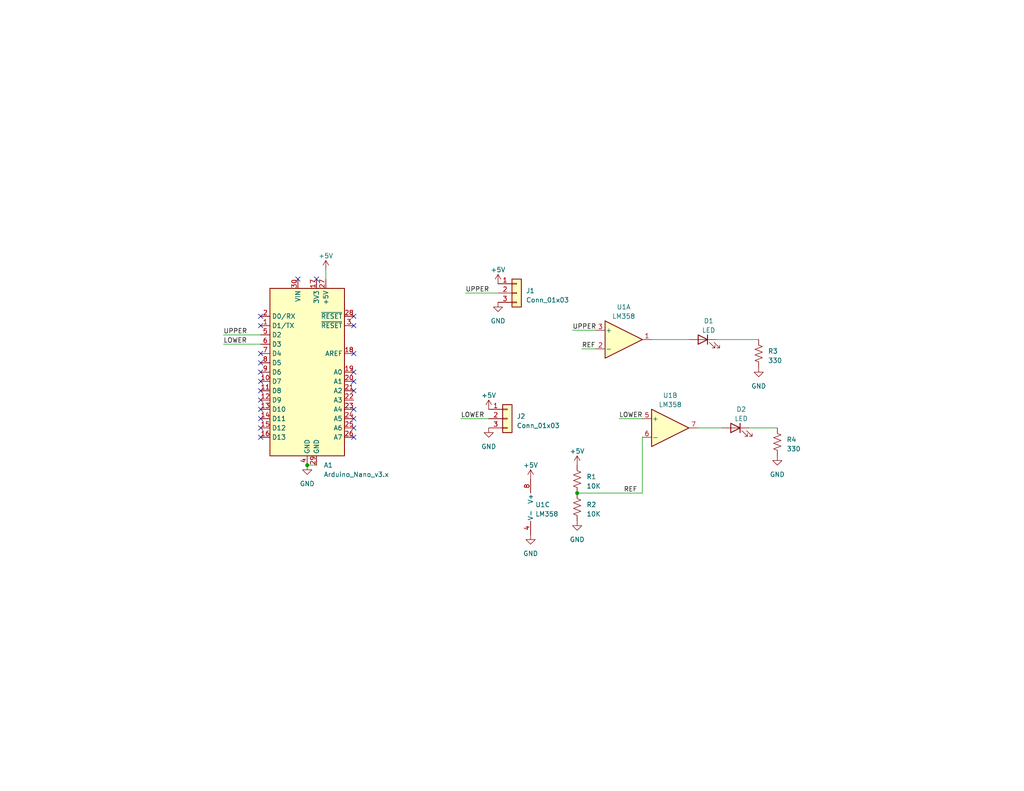
<source format=kicad_sch>
(kicad_sch (version 20230121) (generator eeschema)
  (paper "USLetter")
  (title_block (title "Rolling Resistance Data Collector") (date "2023-06-21") (rev "1") (company "HPVDT"))
  (lib_symbols
    (symbol "Amplifier_Operational:LM358" (pin_names (offset 0.127))
      (property "Reference" "U" (at 0 5.08 0))
      (property "Value" "LM358" (at 0 -5.08 0))
      (symbol "LM358_1_1"
        (polyline (pts (xy -5.08 5.08) (xy 5.08 0) (xy -5.08 -5.08) (xy -5.08 5.08)) (stroke (width 0.254)) (fill (type background)))
        (pin output line (at 7.62 0 180) (length 2.54) (name "~") (number "1"))
        (pin input line (at -7.62 -2.54 0) (length 2.54) (name "-") (number "2"))
        (pin input line (at -7.62 2.54 0) (length 2.54) (name "+") (number "3"))
      )
      (symbol "LM358_2_1"
        (polyline (pts (xy -5.08 5.08) (xy 5.08 0) (xy -5.08 -5.08) (xy -5.08 5.08)) (stroke (width 0.254)) (fill (type background)))
        (pin input line (at -7.62 2.54 0) (length 2.54) (name "+") (number "5"))
        (pin input line (at -7.62 -2.54 0) (length 2.54) (name "-") (number "6"))
        (pin output line (at 7.62 0 180) (length 2.54) (name "~") (number "7"))
      )
      (symbol "LM358_3_1"
        (pin power_in line (at -2.54 -7.62 90) (length 3.81) (name "V-") (number "4"))
        (pin power_in line (at -2.54 7.62 270) (length 3.81) (name "V+") (number "8"))
      )
    )
    (symbol "Connector_Generic:Conn_01x03" (pin_names (offset 1.016) hide)
      (property "Reference" "J" (at 0 5.08 0))
      (property "Value" "Conn_01x03" (at 0 -5.08 0))
      (symbol "Conn_01x03_1_1"
        (rectangle (start -1.27 -2.413) (end 0 -2.667) (stroke (width 0.1524)))
        (rectangle (start -1.27 0.127) (end 0 -0.127) (stroke (width 0.1524)))
        (rectangle (start -1.27 2.667) (end 0 2.413) (stroke (width 0.1524)))
        (rectangle (start -1.27 3.81) (end 1.27 -3.81) (stroke (width 0.254)) (fill (type background)))
        (pin passive line (at -5.08 2.54 0) (length 3.81) (name "Pin_1") (number "1"))
        (pin passive line (at -5.08 0 0) (length 3.81) (name "Pin_2") (number "2"))
        (pin passive line (at -5.08 -2.54 0) (length 3.81) (name "Pin_3") (number "3"))
      )
    )
    (symbol "Device:LED" (pin_numbers hide) (pin_names (offset 1.016) hide)
      (property "Reference" "D" (at 0 2.54 0))
      (property "Value" "LED" (at 0 -2.54 0))
      (symbol "LED_0_1"
        (polyline (pts (xy -1.27 -1.27) (xy -1.27 1.27)) (stroke (width 0.254)))
        (polyline (pts (xy -1.27 0) (xy 1.27 0)))
        (polyline (pts (xy 1.27 -1.27) (xy 1.27 1.27) (xy -1.27 0) (xy 1.27 -1.27)) (stroke (width 0.254)))
        (polyline (pts (xy -3.048 -0.762) (xy -4.572 -2.286) (xy -3.81 -2.286) (xy -4.572 -2.286) (xy -4.572 -1.524)))
        (polyline (pts (xy -1.778 -0.762) (xy -3.302 -2.286) (xy -2.54 -2.286) (xy -3.302 -2.286) (xy -3.302 -1.524)))
      )
      (symbol "LED_1_1"
        (pin passive line (at -3.81 0 0) (length 2.54) (name "K") (number "1"))
        (pin passive line (at 3.81 0 180) (length 2.54) (name "A") (number "2"))
      )
    )
    (symbol "Device:R_US" (pin_numbers hide) (pin_names (offset 0))
      (property "Reference" "R" (at 2.54 0 90))
      (property "Value" "R_US" (at -2.54 0 90))
      (symbol "R_US_0_1"
        (polyline (pts (xy 0 -2.286) (xy 0 -2.54)))
        (polyline (pts (xy 0 2.286) (xy 0 2.54)))
        (polyline (pts (xy 0 -0.762) (xy 1.016 -1.143) (xy 0 -1.524) (xy -1.016 -1.905) (xy 0 -2.286)))
        (polyline (pts (xy 0 0.762) (xy 1.016 0.381) (xy 0 0) (xy -1.016 -0.381) (xy 0 -0.762)))
        (polyline (pts (xy 0 2.286) (xy 1.016 1.905) (xy 0 1.524) (xy -1.016 1.143) (xy 0 0.762)))
      )
      (symbol "R_US_1_1"
        (pin passive line (at 0 3.81 270) (length 1.27) (name "~") (number "1"))
        (pin passive line (at 0 -3.81 90) (length 1.27) (name "~") (number "2"))
      )
    )
    (symbol "MCU_Module:Arduino_Nano_v3.x"
      (property "Reference" "A" (at -10.16 23.495 0))
      (property "Value" "Arduino_Nano_v3.x" (at 5.08 -24.13 0))
      (symbol "Arduino_Nano_v3.x_0_1"
        (rectangle (start -10.16 22.86) (end 10.16 -22.86) (stroke (width 0.254)) (fill (type background)))
      )
      (symbol "Arduino_Nano_v3.x_1_1"
        (pin bidirectional line (at -12.7 12.7 0) (length 2.54) (name "D1/TX") (number "1"))
        (pin bidirectional line (at -12.7 -2.54 0) (length 2.54) (name "D7") (number "10"))
        (pin bidirectional line (at -12.7 -5.08 0) (length 2.54) (name "D8") (number "11"))
        (pin bidirectional line (at -12.7 -7.62 0) (length 2.54) (name "D9") (number "12"))
        (pin bidirectional line (at -12.7 -10.16 0) (length 2.54) (name "D10") (number "13"))
        (pin bidirectional line (at -12.7 -12.7 0) (length 2.54) (name "D11") (number "14"))
        (pin bidirectional line (at -12.7 -15.24 0) (length 2.54) (name "D12") (number "15"))
        (pin bidirectional line (at -12.7 -17.78 0) (length 2.54) (name "D13") (number "16"))
        (pin power_out line (at 2.54 25.4 270) (length 2.54) (name "3V3") (number "17"))
        (pin input line (at 12.7 5.08 180) (length 2.54) (name "AREF") (number "18"))
        (pin bidirectional line (at 12.7 0 180) (length 2.54) (name "A0") (number "19"))
        (pin bidirectional line (at -12.7 15.24 0) (length 2.54) (name "D0/RX") (number "2"))
        (pin bidirectional line (at 12.7 -2.54 180) (length 2.54) (name "A1") (number "20"))
        (pin bidirectional line (at 12.7 -5.08 180) (length 2.54) (name "A2") (number "21"))
        (pin bidirectional line (at 12.7 -7.62 180) (length 2.54) (name "A3") (number "22"))
        (pin bidirectional line (at 12.7 -10.16 180) (length 2.54) (name "A4") (number "23"))
        (pin bidirectional line (at 12.7 -12.7 180) (length 2.54) (name "A5") (number "24"))
        (pin bidirectional line (at 12.7 -15.24 180) (length 2.54) (name "A6") (number "25"))
        (pin bidirectional line (at 12.7 -17.78 180) (length 2.54) (name "A7") (number "26"))
        (pin power_out line (at 5.08 25.4 270) (length 2.54) (name "+5V") (number "27"))
        (pin input line (at 12.7 15.24 180) (length 2.54) (name "~{RESET}") (number "28"))
        (pin power_in line (at 2.54 -25.4 90) (length 2.54) (name "GND") (number "29"))
        (pin input line (at 12.7 12.7 180) (length 2.54) (name "~{RESET}") (number "3"))
        (pin power_in line (at -2.54 25.4 270) (length 2.54) (name "VIN") (number "30"))
        (pin power_in line (at 0 -25.4 90) (length 2.54) (name "GND") (number "4"))
        (pin bidirectional line (at -12.7 10.16 0) (length 2.54) (name "D2") (number "5"))
        (pin bidirectional line (at -12.7 7.62 0) (length 2.54) (name "D3") (number "6"))
        (pin bidirectional line (at -12.7 5.08 0) (length 2.54) (name "D4") (number "7"))
        (pin bidirectional line (at -12.7 2.54 0) (length 2.54) (name "D5") (number "8"))
        (pin bidirectional line (at -12.7 0 0) (length 2.54) (name "D6") (number "9"))
      )
    )
    (symbol "power:+5V" (power) (pin_names (offset 0))
      (property "Value" "+5V" (at 0 3.556 0))
      (symbol "+5V_0_1"
        (polyline (pts (xy -0.762 1.27) (xy 0 2.54)))
        (polyline (pts (xy 0 0) (xy 0 2.54)))
        (polyline (pts (xy 0 2.54) (xy 0.762 1.27)))
      )
      (symbol "+5V_1_1"
        (pin power_in line (at 0 0 90) (length 0) hide (name "+5V") (number "1"))
      )
    )
    (symbol "power:GND" (power) (pin_names (offset 0))
      (property "Value" "GND" (at 0 -3.81 0))
      (symbol "GND_0_1"
        (polyline (pts (xy 0 0) (xy 0 -1.27) (xy 1.27 -1.27) (xy 0 -2.54) (xy -1.27 -1.27) (xy 0 -1.27)))
      )
      (symbol "GND_1_1"
        (pin power_in line (at 0 0 270) (length 0) hide (name "GND") (number "1"))
      )
    )
  )
  (junction (at 83.82 127))
  (junction (at 157.48 134.62))
  (no_connect (at 96.52 106.68))
  (no_connect (at 71.12 99.06))
  (no_connect (at 71.12 114.3))
  (no_connect (at 86.36 76.2))
  (no_connect (at 71.12 96.52))
  (no_connect (at 96.52 88.9))
  (no_connect (at 71.12 109.22))
  (no_connect (at 96.52 86.36))
  (no_connect (at 81.28 76.2))
  (no_connect (at 96.52 119.38))
  (no_connect (at 71.12 101.6))
  (no_connect (at 96.52 96.52))
  (no_connect (at 96.52 104.14))
  (no_connect (at 71.12 86.36))
  (no_connect (at 96.52 114.3))
  (no_connect (at 71.12 106.68))
  (no_connect (at 96.52 101.6))
  (no_connect (at 71.12 88.9))
  (no_connect (at 71.12 116.84))
  (no_connect (at 96.52 111.76))
  (no_connect (at 96.52 116.84))
  (no_connect (at 71.12 104.14))
  (no_connect (at 71.12 111.76))
  (no_connect (at 71.12 119.38))
  (wire (pts (xy 175.26 134.62) (xy 175.26 119.38)))
  (wire (pts (xy 158.75 95.25) (xy 162.56 95.25)))
  (wire (pts (xy 157.48 134.62) (xy 175.26 134.62)))
  (wire (pts (xy 168.91 114.3) (xy 175.26 114.3)))
  (wire (pts (xy 177.8 92.71) (xy 187.96 92.71)))
  (wire (pts (xy 88.9 73.66) (xy 88.9 76.2)))
  (wire (pts (xy 212.09 116.84) (xy 204.47 116.84)))
  (wire (pts (xy 156.21 90.17) (xy 162.56 90.17)))
  (wire (pts (xy 196.85 116.84) (xy 190.5 116.84)))
  (wire (pts (xy 60.96 93.98) (xy 71.12 93.98)))
  (wire (pts (xy 127 80.01) (xy 135.89 80.01)))
  (wire (pts (xy 207.01 92.71) (xy 195.58 92.71)))
  (wire (pts (xy 83.82 127) (xy 86.36 127)))
  (wire (pts (xy 71.12 91.44) (xy 60.96 91.44)))
  (wire (pts (xy 133.35 114.3) (xy 125.73 114.3)))
  (label "LOWER" (at 168.91 114.3 0))
  (label "REF" (at 158.75 95.25 0))
  (label "REF" (at 170.18 134.62 0))
  (label "LOWER" (at 125.73 114.3 0))
  (label "LOWER" (at 60.96 93.98 0))
  (label "UPPER" (at 127 80.01 0))
  (label "UPPER" (at 156.21 90.17 0))
  (label "UPPER" (at 60.96 91.44 0))
  (symbol (lib_id "power:+5V") (at 135.89 77.47 0) (unit 1)
    (property "Reference" "#PWR02" (effects hide))
    (property "Value" "+5V" (at 135.89 73.66 0))
  )
  (symbol (lib_id "power:GND") (at 133.35 116.84 0) (unit 1)
    (property "Reference" "#PWR05" (effects hide))
    (property "Value" "GND" (at 133.35 121.92 0))
  )
  (symbol (lib_id "Amplifier_Operational:LM358") (at 170.18 92.71 0) (unit 1)
    (property "Reference" "U1" (at 170.18 83.82 0))
    (property "Value" "LM358" (at 170.18 86.36 0))
    (property "Footprint" "Package_DIP:DIP-8_W7.62mm" (effects hide))
    (property "Datasheet" "http://www.ti.com/lit/ds/symlink/lm2904-n.pdf" (effects hide))
  )
  (symbol (lib_id "power:+5V") (at 157.48 127 0) (unit 1)
    (property "Reference" "#PWR09" (effects hide))
    (property "Value" "+5V" (at 157.48 123.19 0))
  )
  (symbol (lib_id "power:GND") (at 144.78 146.05 0) (unit 1)
    (property "Reference" "#PWR07" (effects hide))
    (property "Value" "GND" (at 144.78 151.13 0))
  )
  (symbol (lib_id "Amplifier_Operational:LM358") (at 147.32 138.43 0) (unit 3)
    (property "Reference" "U1" (at 146.05 137.795 0) (effects (justify left)))
    (property "Value" "LM358" (at 146.05 140.335 0) (effects (justify left)))
    (property "Footprint" "Package_DIP:DIP-8_W7.62mm" (effects hide))
    (property "Datasheet" "http://www.ti.com/lit/ds/symlink/lm2904-n.pdf" (effects hide))
  )
  (symbol (lib_id "power:GND") (at 212.09 124.46 0) (unit 1)
    (property "Reference" "#PWR012" (effects hide))
    (property "Value" "GND" (at 212.09 129.54 0))
  )
  (symbol (lib_id "Connector_Generic:Conn_01x03") (at 138.43 114.3 0) (unit 1)
    (property "Reference" "J2" (at 140.97 113.665 0) (effects (justify left)))
    (property "Value" "Conn_01x03" (at 140.97 116.205 0) (effects (justify left)))
    (property "Footprint" "Connector_JST:JST_EH_B3B-EH-A_1x03_P2.50mm_Vertical" (effects hide))
  )
  (symbol (lib_id "Device:R_US") (at 157.48 130.81 0) (unit 1)
    (property "Reference" "R1" (at 160.02 130.175 0) (effects (justify left)))
    (property "Value" "10K" (at 160.02 132.715 0) (effects (justify left)))
    (property "Footprint" "Resistor_THT:R_Axial_DIN0207_L6.3mm_D2.5mm_P10.16mm_Horizontal" (effects hide))
  )
  (symbol (lib_id "Device:R_US") (at 207.01 96.52 0) (unit 1)
    (property "Reference" "R3" (at 209.55 95.885 0) (effects (justify left)))
    (property "Value" "330" (at 209.55 98.425 0) (effects (justify left)))
    (property "Footprint" "Resistor_THT:R_Axial_DIN0207_L6.3mm_D2.5mm_P10.16mm_Horizontal" (effects hide))
  )
  (symbol (lib_id "power:GND") (at 135.89 82.55 0) (unit 1)
    (property "Reference" "#PWR06" (effects hide))
    (property "Value" "GND" (at 135.89 87.63 0))
  )
  (symbol (lib_id "Device:LED") (at 200.66 116.84 0) (mirror y) (unit 1)
    (property "Reference" "D2" (at 202.2475 111.76 0))
    (property "Value" "LED" (at 202.2475 114.3 0))
    (property "Footprint" "LED_THT:LED_D4.0mm" (effects hide))
  )
  (symbol (lib_id "MCU_Module:Arduino_Nano_v3.x") (at 83.82 101.6 0) (unit 1)
    (property "Reference" "A1" (at 88.3159 127 0) (effects (justify left)))
    (property "Value" "Arduino_Nano_v3.x" (at 88.3159 129.54 0) (effects (justify left)))
    (property "Footprint" "Module:Arduino_Nano" (effects hide))
    (property "Datasheet" "http://www.mouser.com/pdfdocs/Gravitech_Arduino_Nano3_0.pdf" (effects hide))
  )
  (symbol (lib_id "power:+5V") (at 144.78 130.81 0) (unit 1)
    (property "Reference" "#PWR08" (effects hide))
    (property "Value" "+5V" (at 144.78 127 0))
  )
  (symbol (lib_id "power:+5V") (at 88.9 73.66 0) (unit 1)
    (property "Reference" "#PWR01" (effects hide))
    (property "Value" "+5V" (at 88.9 69.85 0))
  )
  (symbol (lib_id "Device:LED") (at 191.77 92.71 0) (mirror y) (unit 1)
    (property "Reference" "D1" (at 193.3575 87.63 0))
    (property "Value" "LED" (at 193.3575 90.17 0))
    (property "Footprint" "LED_THT:LED_D4.0mm" (effects hide))
  )
  (symbol (lib_id "Connector_Generic:Conn_01x03") (at 140.97 80.01 0) (unit 1)
    (property "Reference" "J1" (at 143.51 79.375 0) (effects (justify left)))
    (property "Value" "Conn_01x03" (at 143.51 81.915 0) (effects (justify left)))
    (property "Footprint" "Connector_JST:JST_EH_B3B-EH-A_1x03_P2.50mm_Vertical" (effects hide))
  )
  (symbol (lib_id "Amplifier_Operational:LM358") (at 182.88 116.84 0) (unit 2)
    (property "Reference" "U1" (at 182.88 107.95 0))
    (property "Value" "LM358" (at 182.88 110.49 0))
    (property "Footprint" "Package_DIP:DIP-8_W7.62mm" (effects hide))
    (property "Datasheet" "http://www.ti.com/lit/ds/symlink/lm2904-n.pdf" (effects hide))
  )
  (symbol (lib_id "power:GND") (at 207.01 100.33 0) (unit 1)
    (property "Reference" "#PWR011" (effects hide))
    (property "Value" "GND" (at 207.01 105.41 0))
  )
  (symbol (lib_id "power:GND") (at 83.82 127 0) (unit 1)
    (property "Reference" "#PWR04" (effects hide))
    (property "Value" "GND" (at 83.82 132.08 0))
  )
  (symbol (lib_id "Device:R_US") (at 157.48 138.43 0) (unit 1)
    (property "Reference" "R2" (at 160.02 137.795 0) (effects (justify left)))
    (property "Value" "10K" (at 160.02 140.335 0) (effects (justify left)))
    (property "Footprint" "Resistor_THT:R_Axial_DIN0207_L6.3mm_D2.5mm_P10.16mm_Horizontal" (effects hide))
  )
  (symbol (lib_id "power:+5V") (at 133.35 111.76 0) (unit 1)
    (property "Reference" "#PWR03" (effects hide))
    (property "Value" "+5V" (at 133.35 107.95 0))
  )
  (symbol (lib_id "Device:R_US") (at 212.09 120.65 0) (unit 1)
    (property "Reference" "R4" (at 214.63 120.015 0) (effects (justify left)))
    (property "Value" "330" (at 214.63 122.555 0) (effects (justify left)))
    (property "Footprint" "Resistor_THT:R_Axial_DIN0207_L6.3mm_D2.5mm_P10.16mm_Horizontal" (effects hide))
  )
  (symbol (lib_id "power:GND") (at 157.48 142.24 0) (unit 1)
    (property "Reference" "#PWR010" (effects hide))
    (property "Value" "GND" (at 157.48 147.32 0))
  )
)
</source>
